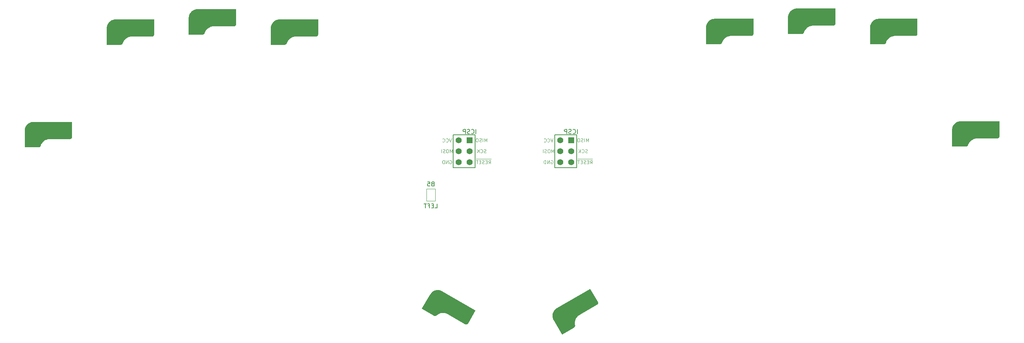
<source format=gbr>
%TF.GenerationSoftware,KiCad,Pcbnew,7.0.2*%
%TF.CreationDate,2023-10-11T00:11:02+09:00*%
%TF.ProjectId,_______,4b80adfc-dcfc-4c92-9e6b-696361645f70,rev?*%
%TF.SameCoordinates,Original*%
%TF.FileFunction,Legend,Bot*%
%TF.FilePolarity,Positive*%
%FSLAX46Y46*%
G04 Gerber Fmt 4.6, Leading zero omitted, Abs format (unit mm)*
G04 Created by KiCad (PCBNEW 7.0.2) date 2023-10-11 00:11:02*
%MOMM*%
%LPD*%
G01*
G04 APERTURE LIST*
%ADD10C,0.150000*%
%ADD11C,0.100000*%
%ADD12C,0.120000*%
%ADD13R,1.397000X1.397000*%
%ADD14C,1.397000*%
G04 APERTURE END LIST*
D10*
X140189361Y-111494809D02*
X140046504Y-111542428D01*
X140046504Y-111542428D02*
X139998885Y-111590047D01*
X139998885Y-111590047D02*
X139951266Y-111685285D01*
X139951266Y-111685285D02*
X139951266Y-111828142D01*
X139951266Y-111828142D02*
X139998885Y-111923380D01*
X139998885Y-111923380D02*
X140046504Y-111971000D01*
X140046504Y-111971000D02*
X140141742Y-112018619D01*
X140141742Y-112018619D02*
X140522694Y-112018619D01*
X140522694Y-112018619D02*
X140522694Y-111018619D01*
X140522694Y-111018619D02*
X140189361Y-111018619D01*
X140189361Y-111018619D02*
X140094123Y-111066238D01*
X140094123Y-111066238D02*
X140046504Y-111113857D01*
X140046504Y-111113857D02*
X139998885Y-111209095D01*
X139998885Y-111209095D02*
X139998885Y-111304333D01*
X139998885Y-111304333D02*
X140046504Y-111399571D01*
X140046504Y-111399571D02*
X140094123Y-111447190D01*
X140094123Y-111447190D02*
X140189361Y-111494809D01*
X140189361Y-111494809D02*
X140522694Y-111494809D01*
X139046504Y-111018619D02*
X139522694Y-111018619D01*
X139522694Y-111018619D02*
X139570313Y-111494809D01*
X139570313Y-111494809D02*
X139522694Y-111447190D01*
X139522694Y-111447190D02*
X139427456Y-111399571D01*
X139427456Y-111399571D02*
X139189361Y-111399571D01*
X139189361Y-111399571D02*
X139094123Y-111447190D01*
X139094123Y-111447190D02*
X139046504Y-111494809D01*
X139046504Y-111494809D02*
X138998885Y-111590047D01*
X138998885Y-111590047D02*
X138998885Y-111828142D01*
X138998885Y-111828142D02*
X139046504Y-111923380D01*
X139046504Y-111923380D02*
X139094123Y-111971000D01*
X139094123Y-111971000D02*
X139189361Y-112018619D01*
X139189361Y-112018619D02*
X139427456Y-112018619D01*
X139427456Y-112018619D02*
X139522694Y-111971000D01*
X139522694Y-111971000D02*
X139570313Y-111923380D01*
%TO.C,*%
%TO.C,JP1*%
X140736981Y-117098619D02*
X141213171Y-117098619D01*
X141213171Y-117098619D02*
X141213171Y-116098619D01*
X140403647Y-116574809D02*
X140070314Y-116574809D01*
X139927457Y-117098619D02*
X140403647Y-117098619D01*
X140403647Y-117098619D02*
X140403647Y-116098619D01*
X140403647Y-116098619D02*
X139927457Y-116098619D01*
X139165552Y-116574809D02*
X139498885Y-116574809D01*
X139498885Y-117098619D02*
X139498885Y-116098619D01*
X139498885Y-116098619D02*
X139022695Y-116098619D01*
X138784599Y-116098619D02*
X138213171Y-116098619D01*
X138498885Y-117098619D02*
X138498885Y-116098619D01*
%TO.C,J4*%
X173742789Y-99878619D02*
X173742789Y-98878619D01*
X172695171Y-99783380D02*
X172742790Y-99831000D01*
X172742790Y-99831000D02*
X172885647Y-99878619D01*
X172885647Y-99878619D02*
X172980885Y-99878619D01*
X172980885Y-99878619D02*
X173123742Y-99831000D01*
X173123742Y-99831000D02*
X173218980Y-99735761D01*
X173218980Y-99735761D02*
X173266599Y-99640523D01*
X173266599Y-99640523D02*
X173314218Y-99450047D01*
X173314218Y-99450047D02*
X173314218Y-99307190D01*
X173314218Y-99307190D02*
X173266599Y-99116714D01*
X173266599Y-99116714D02*
X173218980Y-99021476D01*
X173218980Y-99021476D02*
X173123742Y-98926238D01*
X173123742Y-98926238D02*
X172980885Y-98878619D01*
X172980885Y-98878619D02*
X172885647Y-98878619D01*
X172885647Y-98878619D02*
X172742790Y-98926238D01*
X172742790Y-98926238D02*
X172695171Y-98973857D01*
X172314218Y-99831000D02*
X172171361Y-99878619D01*
X172171361Y-99878619D02*
X171933266Y-99878619D01*
X171933266Y-99878619D02*
X171838028Y-99831000D01*
X171838028Y-99831000D02*
X171790409Y-99783380D01*
X171790409Y-99783380D02*
X171742790Y-99688142D01*
X171742790Y-99688142D02*
X171742790Y-99592904D01*
X171742790Y-99592904D02*
X171790409Y-99497666D01*
X171790409Y-99497666D02*
X171838028Y-99450047D01*
X171838028Y-99450047D02*
X171933266Y-99402428D01*
X171933266Y-99402428D02*
X172123742Y-99354809D01*
X172123742Y-99354809D02*
X172218980Y-99307190D01*
X172218980Y-99307190D02*
X172266599Y-99259571D01*
X172266599Y-99259571D02*
X172314218Y-99164333D01*
X172314218Y-99164333D02*
X172314218Y-99069095D01*
X172314218Y-99069095D02*
X172266599Y-98973857D01*
X172266599Y-98973857D02*
X172218980Y-98926238D01*
X172218980Y-98926238D02*
X172123742Y-98878619D01*
X172123742Y-98878619D02*
X171885647Y-98878619D01*
X171885647Y-98878619D02*
X171742790Y-98926238D01*
X171314218Y-99878619D02*
X171314218Y-98878619D01*
X171314218Y-98878619D02*
X170933266Y-98878619D01*
X170933266Y-98878619D02*
X170838028Y-98926238D01*
X170838028Y-98926238D02*
X170790409Y-98973857D01*
X170790409Y-98973857D02*
X170742790Y-99069095D01*
X170742790Y-99069095D02*
X170742790Y-99211952D01*
X170742790Y-99211952D02*
X170790409Y-99307190D01*
X170790409Y-99307190D02*
X170838028Y-99354809D01*
X170838028Y-99354809D02*
X170933266Y-99402428D01*
X170933266Y-99402428D02*
X171314218Y-99402428D01*
D11*
X176688504Y-106846095D02*
X176955171Y-106465142D01*
X177145647Y-106846095D02*
X177145647Y-106046095D01*
X177145647Y-106046095D02*
X176840885Y-106046095D01*
X176840885Y-106046095D02*
X176764695Y-106084190D01*
X176764695Y-106084190D02*
X176726600Y-106122285D01*
X176726600Y-106122285D02*
X176688504Y-106198476D01*
X176688504Y-106198476D02*
X176688504Y-106312761D01*
X176688504Y-106312761D02*
X176726600Y-106388952D01*
X176726600Y-106388952D02*
X176764695Y-106427047D01*
X176764695Y-106427047D02*
X176840885Y-106465142D01*
X176840885Y-106465142D02*
X177145647Y-106465142D01*
X176345647Y-106427047D02*
X176078981Y-106427047D01*
X175964695Y-106846095D02*
X176345647Y-106846095D01*
X176345647Y-106846095D02*
X176345647Y-106046095D01*
X176345647Y-106046095D02*
X175964695Y-106046095D01*
X175659933Y-106808000D02*
X175545647Y-106846095D01*
X175545647Y-106846095D02*
X175355171Y-106846095D01*
X175355171Y-106846095D02*
X175278980Y-106808000D01*
X175278980Y-106808000D02*
X175240885Y-106769904D01*
X175240885Y-106769904D02*
X175202790Y-106693714D01*
X175202790Y-106693714D02*
X175202790Y-106617523D01*
X175202790Y-106617523D02*
X175240885Y-106541333D01*
X175240885Y-106541333D02*
X175278980Y-106503238D01*
X175278980Y-106503238D02*
X175355171Y-106465142D01*
X175355171Y-106465142D02*
X175507552Y-106427047D01*
X175507552Y-106427047D02*
X175583742Y-106388952D01*
X175583742Y-106388952D02*
X175621837Y-106350857D01*
X175621837Y-106350857D02*
X175659933Y-106274666D01*
X175659933Y-106274666D02*
X175659933Y-106198476D01*
X175659933Y-106198476D02*
X175621837Y-106122285D01*
X175621837Y-106122285D02*
X175583742Y-106084190D01*
X175583742Y-106084190D02*
X175507552Y-106046095D01*
X175507552Y-106046095D02*
X175317075Y-106046095D01*
X175317075Y-106046095D02*
X175202790Y-106084190D01*
X174859932Y-106427047D02*
X174593266Y-106427047D01*
X174478980Y-106846095D02*
X174859932Y-106846095D01*
X174859932Y-106846095D02*
X174859932Y-106046095D01*
X174859932Y-106046095D02*
X174478980Y-106046095D01*
X174250408Y-106046095D02*
X173793265Y-106046095D01*
X174021837Y-106846095D02*
X174021837Y-106046095D01*
X177256124Y-105688000D02*
X173797075Y-105688000D01*
X176055171Y-104268000D02*
X175940885Y-104306095D01*
X175940885Y-104306095D02*
X175750409Y-104306095D01*
X175750409Y-104306095D02*
X175674218Y-104268000D01*
X175674218Y-104268000D02*
X175636123Y-104229904D01*
X175636123Y-104229904D02*
X175598028Y-104153714D01*
X175598028Y-104153714D02*
X175598028Y-104077523D01*
X175598028Y-104077523D02*
X175636123Y-104001333D01*
X175636123Y-104001333D02*
X175674218Y-103963238D01*
X175674218Y-103963238D02*
X175750409Y-103925142D01*
X175750409Y-103925142D02*
X175902790Y-103887047D01*
X175902790Y-103887047D02*
X175978980Y-103848952D01*
X175978980Y-103848952D02*
X176017075Y-103810857D01*
X176017075Y-103810857D02*
X176055171Y-103734666D01*
X176055171Y-103734666D02*
X176055171Y-103658476D01*
X176055171Y-103658476D02*
X176017075Y-103582285D01*
X176017075Y-103582285D02*
X175978980Y-103544190D01*
X175978980Y-103544190D02*
X175902790Y-103506095D01*
X175902790Y-103506095D02*
X175712313Y-103506095D01*
X175712313Y-103506095D02*
X175598028Y-103544190D01*
X174798027Y-104229904D02*
X174836123Y-104268000D01*
X174836123Y-104268000D02*
X174950408Y-104306095D01*
X174950408Y-104306095D02*
X175026599Y-104306095D01*
X175026599Y-104306095D02*
X175140885Y-104268000D01*
X175140885Y-104268000D02*
X175217075Y-104191809D01*
X175217075Y-104191809D02*
X175255170Y-104115619D01*
X175255170Y-104115619D02*
X175293266Y-103963238D01*
X175293266Y-103963238D02*
X175293266Y-103848952D01*
X175293266Y-103848952D02*
X175255170Y-103696571D01*
X175255170Y-103696571D02*
X175217075Y-103620380D01*
X175217075Y-103620380D02*
X175140885Y-103544190D01*
X175140885Y-103544190D02*
X175026599Y-103506095D01*
X175026599Y-103506095D02*
X174950408Y-103506095D01*
X174950408Y-103506095D02*
X174836123Y-103544190D01*
X174836123Y-103544190D02*
X174798027Y-103582285D01*
X174455170Y-104306095D02*
X174455170Y-103506095D01*
X173998027Y-104306095D02*
X174340885Y-103848952D01*
X173998027Y-103506095D02*
X174455170Y-103963238D01*
X168093266Y-101006095D02*
X167826599Y-101806095D01*
X167826599Y-101806095D02*
X167559933Y-101006095D01*
X166836123Y-101729904D02*
X166874219Y-101768000D01*
X166874219Y-101768000D02*
X166988504Y-101806095D01*
X166988504Y-101806095D02*
X167064695Y-101806095D01*
X167064695Y-101806095D02*
X167178981Y-101768000D01*
X167178981Y-101768000D02*
X167255171Y-101691809D01*
X167255171Y-101691809D02*
X167293266Y-101615619D01*
X167293266Y-101615619D02*
X167331362Y-101463238D01*
X167331362Y-101463238D02*
X167331362Y-101348952D01*
X167331362Y-101348952D02*
X167293266Y-101196571D01*
X167293266Y-101196571D02*
X167255171Y-101120380D01*
X167255171Y-101120380D02*
X167178981Y-101044190D01*
X167178981Y-101044190D02*
X167064695Y-101006095D01*
X167064695Y-101006095D02*
X166988504Y-101006095D01*
X166988504Y-101006095D02*
X166874219Y-101044190D01*
X166874219Y-101044190D02*
X166836123Y-101082285D01*
X166036123Y-101729904D02*
X166074219Y-101768000D01*
X166074219Y-101768000D02*
X166188504Y-101806095D01*
X166188504Y-101806095D02*
X166264695Y-101806095D01*
X166264695Y-101806095D02*
X166378981Y-101768000D01*
X166378981Y-101768000D02*
X166455171Y-101691809D01*
X166455171Y-101691809D02*
X166493266Y-101615619D01*
X166493266Y-101615619D02*
X166531362Y-101463238D01*
X166531362Y-101463238D02*
X166531362Y-101348952D01*
X166531362Y-101348952D02*
X166493266Y-101196571D01*
X166493266Y-101196571D02*
X166455171Y-101120380D01*
X166455171Y-101120380D02*
X166378981Y-101044190D01*
X166378981Y-101044190D02*
X166264695Y-101006095D01*
X166264695Y-101006095D02*
X166188504Y-101006095D01*
X166188504Y-101006095D02*
X166074219Y-101044190D01*
X166074219Y-101044190D02*
X166036123Y-101082285D01*
X167636123Y-106084190D02*
X167712313Y-106046095D01*
X167712313Y-106046095D02*
X167826599Y-106046095D01*
X167826599Y-106046095D02*
X167940885Y-106084190D01*
X167940885Y-106084190D02*
X168017075Y-106160380D01*
X168017075Y-106160380D02*
X168055170Y-106236571D01*
X168055170Y-106236571D02*
X168093266Y-106388952D01*
X168093266Y-106388952D02*
X168093266Y-106503238D01*
X168093266Y-106503238D02*
X168055170Y-106655619D01*
X168055170Y-106655619D02*
X168017075Y-106731809D01*
X168017075Y-106731809D02*
X167940885Y-106808000D01*
X167940885Y-106808000D02*
X167826599Y-106846095D01*
X167826599Y-106846095D02*
X167750408Y-106846095D01*
X167750408Y-106846095D02*
X167636123Y-106808000D01*
X167636123Y-106808000D02*
X167598027Y-106769904D01*
X167598027Y-106769904D02*
X167598027Y-106503238D01*
X167598027Y-106503238D02*
X167750408Y-106503238D01*
X167255170Y-106846095D02*
X167255170Y-106046095D01*
X167255170Y-106046095D02*
X166798027Y-106846095D01*
X166798027Y-106846095D02*
X166798027Y-106046095D01*
X166417075Y-106846095D02*
X166417075Y-106046095D01*
X166417075Y-106046095D02*
X166226599Y-106046095D01*
X166226599Y-106046095D02*
X166112313Y-106084190D01*
X166112313Y-106084190D02*
X166036123Y-106160380D01*
X166036123Y-106160380D02*
X165998028Y-106236571D01*
X165998028Y-106236571D02*
X165959932Y-106388952D01*
X165959932Y-106388952D02*
X165959932Y-106503238D01*
X165959932Y-106503238D02*
X165998028Y-106655619D01*
X165998028Y-106655619D02*
X166036123Y-106731809D01*
X166036123Y-106731809D02*
X166112313Y-106808000D01*
X166112313Y-106808000D02*
X166226599Y-106846095D01*
X166226599Y-106846095D02*
X166417075Y-106846095D01*
X176283742Y-101766095D02*
X176283742Y-100966095D01*
X176283742Y-100966095D02*
X176017076Y-101537523D01*
X176017076Y-101537523D02*
X175750409Y-100966095D01*
X175750409Y-100966095D02*
X175750409Y-101766095D01*
X175369456Y-101766095D02*
X175369456Y-100966095D01*
X175026600Y-101728000D02*
X174912314Y-101766095D01*
X174912314Y-101766095D02*
X174721838Y-101766095D01*
X174721838Y-101766095D02*
X174645647Y-101728000D01*
X174645647Y-101728000D02*
X174607552Y-101689904D01*
X174607552Y-101689904D02*
X174569457Y-101613714D01*
X174569457Y-101613714D02*
X174569457Y-101537523D01*
X174569457Y-101537523D02*
X174607552Y-101461333D01*
X174607552Y-101461333D02*
X174645647Y-101423238D01*
X174645647Y-101423238D02*
X174721838Y-101385142D01*
X174721838Y-101385142D02*
X174874219Y-101347047D01*
X174874219Y-101347047D02*
X174950409Y-101308952D01*
X174950409Y-101308952D02*
X174988504Y-101270857D01*
X174988504Y-101270857D02*
X175026600Y-101194666D01*
X175026600Y-101194666D02*
X175026600Y-101118476D01*
X175026600Y-101118476D02*
X174988504Y-101042285D01*
X174988504Y-101042285D02*
X174950409Y-101004190D01*
X174950409Y-101004190D02*
X174874219Y-100966095D01*
X174874219Y-100966095D02*
X174683742Y-100966095D01*
X174683742Y-100966095D02*
X174569457Y-101004190D01*
X174074218Y-100966095D02*
X173921837Y-100966095D01*
X173921837Y-100966095D02*
X173845647Y-101004190D01*
X173845647Y-101004190D02*
X173769456Y-101080380D01*
X173769456Y-101080380D02*
X173731361Y-101232761D01*
X173731361Y-101232761D02*
X173731361Y-101499428D01*
X173731361Y-101499428D02*
X173769456Y-101651809D01*
X173769456Y-101651809D02*
X173845647Y-101728000D01*
X173845647Y-101728000D02*
X173921837Y-101766095D01*
X173921837Y-101766095D02*
X174074218Y-101766095D01*
X174074218Y-101766095D02*
X174150409Y-101728000D01*
X174150409Y-101728000D02*
X174226599Y-101651809D01*
X174226599Y-101651809D02*
X174264695Y-101499428D01*
X174264695Y-101499428D02*
X174264695Y-101232761D01*
X174264695Y-101232761D02*
X174226599Y-101080380D01*
X174226599Y-101080380D02*
X174150409Y-101004190D01*
X174150409Y-101004190D02*
X174074218Y-100966095D01*
X168283742Y-104306095D02*
X168283742Y-103506095D01*
X168283742Y-103506095D02*
X168017076Y-104077523D01*
X168017076Y-104077523D02*
X167750409Y-103506095D01*
X167750409Y-103506095D02*
X167750409Y-104306095D01*
X167217075Y-103506095D02*
X167064694Y-103506095D01*
X167064694Y-103506095D02*
X166988504Y-103544190D01*
X166988504Y-103544190D02*
X166912313Y-103620380D01*
X166912313Y-103620380D02*
X166874218Y-103772761D01*
X166874218Y-103772761D02*
X166874218Y-104039428D01*
X166874218Y-104039428D02*
X166912313Y-104191809D01*
X166912313Y-104191809D02*
X166988504Y-104268000D01*
X166988504Y-104268000D02*
X167064694Y-104306095D01*
X167064694Y-104306095D02*
X167217075Y-104306095D01*
X167217075Y-104306095D02*
X167293266Y-104268000D01*
X167293266Y-104268000D02*
X167369456Y-104191809D01*
X167369456Y-104191809D02*
X167407552Y-104039428D01*
X167407552Y-104039428D02*
X167407552Y-103772761D01*
X167407552Y-103772761D02*
X167369456Y-103620380D01*
X167369456Y-103620380D02*
X167293266Y-103544190D01*
X167293266Y-103544190D02*
X167217075Y-103506095D01*
X166569457Y-104268000D02*
X166455171Y-104306095D01*
X166455171Y-104306095D02*
X166264695Y-104306095D01*
X166264695Y-104306095D02*
X166188504Y-104268000D01*
X166188504Y-104268000D02*
X166150409Y-104229904D01*
X166150409Y-104229904D02*
X166112314Y-104153714D01*
X166112314Y-104153714D02*
X166112314Y-104077523D01*
X166112314Y-104077523D02*
X166150409Y-104001333D01*
X166150409Y-104001333D02*
X166188504Y-103963238D01*
X166188504Y-103963238D02*
X166264695Y-103925142D01*
X166264695Y-103925142D02*
X166417076Y-103887047D01*
X166417076Y-103887047D02*
X166493266Y-103848952D01*
X166493266Y-103848952D02*
X166531361Y-103810857D01*
X166531361Y-103810857D02*
X166569457Y-103734666D01*
X166569457Y-103734666D02*
X166569457Y-103658476D01*
X166569457Y-103658476D02*
X166531361Y-103582285D01*
X166531361Y-103582285D02*
X166493266Y-103544190D01*
X166493266Y-103544190D02*
X166417076Y-103506095D01*
X166417076Y-103506095D02*
X166226599Y-103506095D01*
X166226599Y-103506095D02*
X166112314Y-103544190D01*
X165769456Y-104306095D02*
X165769456Y-103506095D01*
D10*
%TO.C,J2*%
X150234189Y-99878619D02*
X150234189Y-98878619D01*
X149186571Y-99783380D02*
X149234190Y-99831000D01*
X149234190Y-99831000D02*
X149377047Y-99878619D01*
X149377047Y-99878619D02*
X149472285Y-99878619D01*
X149472285Y-99878619D02*
X149615142Y-99831000D01*
X149615142Y-99831000D02*
X149710380Y-99735761D01*
X149710380Y-99735761D02*
X149757999Y-99640523D01*
X149757999Y-99640523D02*
X149805618Y-99450047D01*
X149805618Y-99450047D02*
X149805618Y-99307190D01*
X149805618Y-99307190D02*
X149757999Y-99116714D01*
X149757999Y-99116714D02*
X149710380Y-99021476D01*
X149710380Y-99021476D02*
X149615142Y-98926238D01*
X149615142Y-98926238D02*
X149472285Y-98878619D01*
X149472285Y-98878619D02*
X149377047Y-98878619D01*
X149377047Y-98878619D02*
X149234190Y-98926238D01*
X149234190Y-98926238D02*
X149186571Y-98973857D01*
X148805618Y-99831000D02*
X148662761Y-99878619D01*
X148662761Y-99878619D02*
X148424666Y-99878619D01*
X148424666Y-99878619D02*
X148329428Y-99831000D01*
X148329428Y-99831000D02*
X148281809Y-99783380D01*
X148281809Y-99783380D02*
X148234190Y-99688142D01*
X148234190Y-99688142D02*
X148234190Y-99592904D01*
X148234190Y-99592904D02*
X148281809Y-99497666D01*
X148281809Y-99497666D02*
X148329428Y-99450047D01*
X148329428Y-99450047D02*
X148424666Y-99402428D01*
X148424666Y-99402428D02*
X148615142Y-99354809D01*
X148615142Y-99354809D02*
X148710380Y-99307190D01*
X148710380Y-99307190D02*
X148757999Y-99259571D01*
X148757999Y-99259571D02*
X148805618Y-99164333D01*
X148805618Y-99164333D02*
X148805618Y-99069095D01*
X148805618Y-99069095D02*
X148757999Y-98973857D01*
X148757999Y-98973857D02*
X148710380Y-98926238D01*
X148710380Y-98926238D02*
X148615142Y-98878619D01*
X148615142Y-98878619D02*
X148377047Y-98878619D01*
X148377047Y-98878619D02*
X148234190Y-98926238D01*
X147805618Y-99878619D02*
X147805618Y-98878619D01*
X147805618Y-98878619D02*
X147424666Y-98878619D01*
X147424666Y-98878619D02*
X147329428Y-98926238D01*
X147329428Y-98926238D02*
X147281809Y-98973857D01*
X147281809Y-98973857D02*
X147234190Y-99069095D01*
X147234190Y-99069095D02*
X147234190Y-99211952D01*
X147234190Y-99211952D02*
X147281809Y-99307190D01*
X147281809Y-99307190D02*
X147329428Y-99354809D01*
X147329428Y-99354809D02*
X147424666Y-99402428D01*
X147424666Y-99402428D02*
X147805618Y-99402428D01*
D11*
X144775142Y-104306095D02*
X144775142Y-103506095D01*
X144775142Y-103506095D02*
X144508476Y-104077523D01*
X144508476Y-104077523D02*
X144241809Y-103506095D01*
X144241809Y-103506095D02*
X144241809Y-104306095D01*
X143708475Y-103506095D02*
X143556094Y-103506095D01*
X143556094Y-103506095D02*
X143479904Y-103544190D01*
X143479904Y-103544190D02*
X143403713Y-103620380D01*
X143403713Y-103620380D02*
X143365618Y-103772761D01*
X143365618Y-103772761D02*
X143365618Y-104039428D01*
X143365618Y-104039428D02*
X143403713Y-104191809D01*
X143403713Y-104191809D02*
X143479904Y-104268000D01*
X143479904Y-104268000D02*
X143556094Y-104306095D01*
X143556094Y-104306095D02*
X143708475Y-104306095D01*
X143708475Y-104306095D02*
X143784666Y-104268000D01*
X143784666Y-104268000D02*
X143860856Y-104191809D01*
X143860856Y-104191809D02*
X143898952Y-104039428D01*
X143898952Y-104039428D02*
X143898952Y-103772761D01*
X143898952Y-103772761D02*
X143860856Y-103620380D01*
X143860856Y-103620380D02*
X143784666Y-103544190D01*
X143784666Y-103544190D02*
X143708475Y-103506095D01*
X143060857Y-104268000D02*
X142946571Y-104306095D01*
X142946571Y-104306095D02*
X142756095Y-104306095D01*
X142756095Y-104306095D02*
X142679904Y-104268000D01*
X142679904Y-104268000D02*
X142641809Y-104229904D01*
X142641809Y-104229904D02*
X142603714Y-104153714D01*
X142603714Y-104153714D02*
X142603714Y-104077523D01*
X142603714Y-104077523D02*
X142641809Y-104001333D01*
X142641809Y-104001333D02*
X142679904Y-103963238D01*
X142679904Y-103963238D02*
X142756095Y-103925142D01*
X142756095Y-103925142D02*
X142908476Y-103887047D01*
X142908476Y-103887047D02*
X142984666Y-103848952D01*
X142984666Y-103848952D02*
X143022761Y-103810857D01*
X143022761Y-103810857D02*
X143060857Y-103734666D01*
X143060857Y-103734666D02*
X143060857Y-103658476D01*
X143060857Y-103658476D02*
X143022761Y-103582285D01*
X143022761Y-103582285D02*
X142984666Y-103544190D01*
X142984666Y-103544190D02*
X142908476Y-103506095D01*
X142908476Y-103506095D02*
X142717999Y-103506095D01*
X142717999Y-103506095D02*
X142603714Y-103544190D01*
X142260856Y-104306095D02*
X142260856Y-103506095D01*
X153179904Y-106846095D02*
X153446571Y-106465142D01*
X153637047Y-106846095D02*
X153637047Y-106046095D01*
X153637047Y-106046095D02*
X153332285Y-106046095D01*
X153332285Y-106046095D02*
X153256095Y-106084190D01*
X153256095Y-106084190D02*
X153218000Y-106122285D01*
X153218000Y-106122285D02*
X153179904Y-106198476D01*
X153179904Y-106198476D02*
X153179904Y-106312761D01*
X153179904Y-106312761D02*
X153218000Y-106388952D01*
X153218000Y-106388952D02*
X153256095Y-106427047D01*
X153256095Y-106427047D02*
X153332285Y-106465142D01*
X153332285Y-106465142D02*
X153637047Y-106465142D01*
X152837047Y-106427047D02*
X152570381Y-106427047D01*
X152456095Y-106846095D02*
X152837047Y-106846095D01*
X152837047Y-106846095D02*
X152837047Y-106046095D01*
X152837047Y-106046095D02*
X152456095Y-106046095D01*
X152151333Y-106808000D02*
X152037047Y-106846095D01*
X152037047Y-106846095D02*
X151846571Y-106846095D01*
X151846571Y-106846095D02*
X151770380Y-106808000D01*
X151770380Y-106808000D02*
X151732285Y-106769904D01*
X151732285Y-106769904D02*
X151694190Y-106693714D01*
X151694190Y-106693714D02*
X151694190Y-106617523D01*
X151694190Y-106617523D02*
X151732285Y-106541333D01*
X151732285Y-106541333D02*
X151770380Y-106503238D01*
X151770380Y-106503238D02*
X151846571Y-106465142D01*
X151846571Y-106465142D02*
X151998952Y-106427047D01*
X151998952Y-106427047D02*
X152075142Y-106388952D01*
X152075142Y-106388952D02*
X152113237Y-106350857D01*
X152113237Y-106350857D02*
X152151333Y-106274666D01*
X152151333Y-106274666D02*
X152151333Y-106198476D01*
X152151333Y-106198476D02*
X152113237Y-106122285D01*
X152113237Y-106122285D02*
X152075142Y-106084190D01*
X152075142Y-106084190D02*
X151998952Y-106046095D01*
X151998952Y-106046095D02*
X151808475Y-106046095D01*
X151808475Y-106046095D02*
X151694190Y-106084190D01*
X151351332Y-106427047D02*
X151084666Y-106427047D01*
X150970380Y-106846095D02*
X151351332Y-106846095D01*
X151351332Y-106846095D02*
X151351332Y-106046095D01*
X151351332Y-106046095D02*
X150970380Y-106046095D01*
X150741808Y-106046095D02*
X150284665Y-106046095D01*
X150513237Y-106846095D02*
X150513237Y-106046095D01*
X153747524Y-105688000D02*
X150288475Y-105688000D01*
X152775142Y-101766095D02*
X152775142Y-100966095D01*
X152775142Y-100966095D02*
X152508476Y-101537523D01*
X152508476Y-101537523D02*
X152241809Y-100966095D01*
X152241809Y-100966095D02*
X152241809Y-101766095D01*
X151860856Y-101766095D02*
X151860856Y-100966095D01*
X151518000Y-101728000D02*
X151403714Y-101766095D01*
X151403714Y-101766095D02*
X151213238Y-101766095D01*
X151213238Y-101766095D02*
X151137047Y-101728000D01*
X151137047Y-101728000D02*
X151098952Y-101689904D01*
X151098952Y-101689904D02*
X151060857Y-101613714D01*
X151060857Y-101613714D02*
X151060857Y-101537523D01*
X151060857Y-101537523D02*
X151098952Y-101461333D01*
X151098952Y-101461333D02*
X151137047Y-101423238D01*
X151137047Y-101423238D02*
X151213238Y-101385142D01*
X151213238Y-101385142D02*
X151365619Y-101347047D01*
X151365619Y-101347047D02*
X151441809Y-101308952D01*
X151441809Y-101308952D02*
X151479904Y-101270857D01*
X151479904Y-101270857D02*
X151518000Y-101194666D01*
X151518000Y-101194666D02*
X151518000Y-101118476D01*
X151518000Y-101118476D02*
X151479904Y-101042285D01*
X151479904Y-101042285D02*
X151441809Y-101004190D01*
X151441809Y-101004190D02*
X151365619Y-100966095D01*
X151365619Y-100966095D02*
X151175142Y-100966095D01*
X151175142Y-100966095D02*
X151060857Y-101004190D01*
X150565618Y-100966095D02*
X150413237Y-100966095D01*
X150413237Y-100966095D02*
X150337047Y-101004190D01*
X150337047Y-101004190D02*
X150260856Y-101080380D01*
X150260856Y-101080380D02*
X150222761Y-101232761D01*
X150222761Y-101232761D02*
X150222761Y-101499428D01*
X150222761Y-101499428D02*
X150260856Y-101651809D01*
X150260856Y-101651809D02*
X150337047Y-101728000D01*
X150337047Y-101728000D02*
X150413237Y-101766095D01*
X150413237Y-101766095D02*
X150565618Y-101766095D01*
X150565618Y-101766095D02*
X150641809Y-101728000D01*
X150641809Y-101728000D02*
X150717999Y-101651809D01*
X150717999Y-101651809D02*
X150756095Y-101499428D01*
X150756095Y-101499428D02*
X150756095Y-101232761D01*
X150756095Y-101232761D02*
X150717999Y-101080380D01*
X150717999Y-101080380D02*
X150641809Y-101004190D01*
X150641809Y-101004190D02*
X150565618Y-100966095D01*
X144127523Y-106084190D02*
X144203713Y-106046095D01*
X144203713Y-106046095D02*
X144317999Y-106046095D01*
X144317999Y-106046095D02*
X144432285Y-106084190D01*
X144432285Y-106084190D02*
X144508475Y-106160380D01*
X144508475Y-106160380D02*
X144546570Y-106236571D01*
X144546570Y-106236571D02*
X144584666Y-106388952D01*
X144584666Y-106388952D02*
X144584666Y-106503238D01*
X144584666Y-106503238D02*
X144546570Y-106655619D01*
X144546570Y-106655619D02*
X144508475Y-106731809D01*
X144508475Y-106731809D02*
X144432285Y-106808000D01*
X144432285Y-106808000D02*
X144317999Y-106846095D01*
X144317999Y-106846095D02*
X144241808Y-106846095D01*
X144241808Y-106846095D02*
X144127523Y-106808000D01*
X144127523Y-106808000D02*
X144089427Y-106769904D01*
X144089427Y-106769904D02*
X144089427Y-106503238D01*
X144089427Y-106503238D02*
X144241808Y-106503238D01*
X143746570Y-106846095D02*
X143746570Y-106046095D01*
X143746570Y-106046095D02*
X143289427Y-106846095D01*
X143289427Y-106846095D02*
X143289427Y-106046095D01*
X142908475Y-106846095D02*
X142908475Y-106046095D01*
X142908475Y-106046095D02*
X142717999Y-106046095D01*
X142717999Y-106046095D02*
X142603713Y-106084190D01*
X142603713Y-106084190D02*
X142527523Y-106160380D01*
X142527523Y-106160380D02*
X142489428Y-106236571D01*
X142489428Y-106236571D02*
X142451332Y-106388952D01*
X142451332Y-106388952D02*
X142451332Y-106503238D01*
X142451332Y-106503238D02*
X142489428Y-106655619D01*
X142489428Y-106655619D02*
X142527523Y-106731809D01*
X142527523Y-106731809D02*
X142603713Y-106808000D01*
X142603713Y-106808000D02*
X142717999Y-106846095D01*
X142717999Y-106846095D02*
X142908475Y-106846095D01*
X152546571Y-104268000D02*
X152432285Y-104306095D01*
X152432285Y-104306095D02*
X152241809Y-104306095D01*
X152241809Y-104306095D02*
X152165618Y-104268000D01*
X152165618Y-104268000D02*
X152127523Y-104229904D01*
X152127523Y-104229904D02*
X152089428Y-104153714D01*
X152089428Y-104153714D02*
X152089428Y-104077523D01*
X152089428Y-104077523D02*
X152127523Y-104001333D01*
X152127523Y-104001333D02*
X152165618Y-103963238D01*
X152165618Y-103963238D02*
X152241809Y-103925142D01*
X152241809Y-103925142D02*
X152394190Y-103887047D01*
X152394190Y-103887047D02*
X152470380Y-103848952D01*
X152470380Y-103848952D02*
X152508475Y-103810857D01*
X152508475Y-103810857D02*
X152546571Y-103734666D01*
X152546571Y-103734666D02*
X152546571Y-103658476D01*
X152546571Y-103658476D02*
X152508475Y-103582285D01*
X152508475Y-103582285D02*
X152470380Y-103544190D01*
X152470380Y-103544190D02*
X152394190Y-103506095D01*
X152394190Y-103506095D02*
X152203713Y-103506095D01*
X152203713Y-103506095D02*
X152089428Y-103544190D01*
X151289427Y-104229904D02*
X151327523Y-104268000D01*
X151327523Y-104268000D02*
X151441808Y-104306095D01*
X151441808Y-104306095D02*
X151517999Y-104306095D01*
X151517999Y-104306095D02*
X151632285Y-104268000D01*
X151632285Y-104268000D02*
X151708475Y-104191809D01*
X151708475Y-104191809D02*
X151746570Y-104115619D01*
X151746570Y-104115619D02*
X151784666Y-103963238D01*
X151784666Y-103963238D02*
X151784666Y-103848952D01*
X151784666Y-103848952D02*
X151746570Y-103696571D01*
X151746570Y-103696571D02*
X151708475Y-103620380D01*
X151708475Y-103620380D02*
X151632285Y-103544190D01*
X151632285Y-103544190D02*
X151517999Y-103506095D01*
X151517999Y-103506095D02*
X151441808Y-103506095D01*
X151441808Y-103506095D02*
X151327523Y-103544190D01*
X151327523Y-103544190D02*
X151289427Y-103582285D01*
X150946570Y-104306095D02*
X150946570Y-103506095D01*
X150489427Y-104306095D02*
X150832285Y-103848952D01*
X150489427Y-103506095D02*
X150946570Y-103963238D01*
X144584666Y-101006095D02*
X144317999Y-101806095D01*
X144317999Y-101806095D02*
X144051333Y-101006095D01*
X143327523Y-101729904D02*
X143365619Y-101768000D01*
X143365619Y-101768000D02*
X143479904Y-101806095D01*
X143479904Y-101806095D02*
X143556095Y-101806095D01*
X143556095Y-101806095D02*
X143670381Y-101768000D01*
X143670381Y-101768000D02*
X143746571Y-101691809D01*
X143746571Y-101691809D02*
X143784666Y-101615619D01*
X143784666Y-101615619D02*
X143822762Y-101463238D01*
X143822762Y-101463238D02*
X143822762Y-101348952D01*
X143822762Y-101348952D02*
X143784666Y-101196571D01*
X143784666Y-101196571D02*
X143746571Y-101120380D01*
X143746571Y-101120380D02*
X143670381Y-101044190D01*
X143670381Y-101044190D02*
X143556095Y-101006095D01*
X143556095Y-101006095D02*
X143479904Y-101006095D01*
X143479904Y-101006095D02*
X143365619Y-101044190D01*
X143365619Y-101044190D02*
X143327523Y-101082285D01*
X142527523Y-101729904D02*
X142565619Y-101768000D01*
X142565619Y-101768000D02*
X142679904Y-101806095D01*
X142679904Y-101806095D02*
X142756095Y-101806095D01*
X142756095Y-101806095D02*
X142870381Y-101768000D01*
X142870381Y-101768000D02*
X142946571Y-101691809D01*
X142946571Y-101691809D02*
X142984666Y-101615619D01*
X142984666Y-101615619D02*
X143022762Y-101463238D01*
X143022762Y-101463238D02*
X143022762Y-101348952D01*
X143022762Y-101348952D02*
X142984666Y-101196571D01*
X142984666Y-101196571D02*
X142946571Y-101120380D01*
X142946571Y-101120380D02*
X142870381Y-101044190D01*
X142870381Y-101044190D02*
X142756095Y-101006095D01*
X142756095Y-101006095D02*
X142679904Y-101006095D01*
X142679904Y-101006095D02*
X142565619Y-101044190D01*
X142565619Y-101044190D02*
X142527523Y-101082285D01*
D12*
%TO.C,JP1*%
X140784600Y-112696000D02*
X138784600Y-112696000D01*
X140784600Y-115496000D02*
X140784600Y-112696000D01*
X138784600Y-115496000D02*
X140784600Y-115496000D01*
X138784600Y-112696000D02*
X138784600Y-115496000D01*
D10*
%TO.C,J4*%
X173566600Y-107746000D02*
X173566600Y-100126000D01*
X173566600Y-100126000D02*
X168486600Y-100126000D01*
X168486600Y-107746000D02*
X173566600Y-107746000D01*
X168486600Y-100126000D02*
X168486600Y-107746000D01*
%TO.C,SW8*%
G36*
X233527035Y-74348621D02*
G01*
X233526421Y-74373423D01*
X233524589Y-74398055D01*
X233521558Y-74422476D01*
X233517342Y-74446646D01*
X233511961Y-74470524D01*
X233505429Y-74494069D01*
X233497765Y-74517240D01*
X233488985Y-74539996D01*
X233479107Y-74562297D01*
X233468146Y-74584101D01*
X233456120Y-74605367D01*
X233443046Y-74626056D01*
X233428941Y-74646125D01*
X233413821Y-74665535D01*
X233397704Y-74684244D01*
X233380606Y-74702211D01*
X233362638Y-74719309D01*
X233343929Y-74735427D01*
X233324520Y-74750547D01*
X233304450Y-74764653D01*
X233283761Y-74777727D01*
X233262495Y-74789754D01*
X233240691Y-74800715D01*
X233218390Y-74810593D01*
X233195634Y-74819373D01*
X233172463Y-74827038D01*
X233148918Y-74833569D01*
X233125041Y-74838951D01*
X233100871Y-74843166D01*
X233076449Y-74846198D01*
X233051817Y-74848029D01*
X233027016Y-74848644D01*
X228384392Y-74848644D01*
X228208324Y-74855505D01*
X228035239Y-74875801D01*
X227865753Y-74909101D01*
X227700483Y-74954973D01*
X227540043Y-75012986D01*
X227385049Y-75082709D01*
X227236118Y-75163711D01*
X227093864Y-75255560D01*
X226958903Y-75357825D01*
X226831852Y-75470074D01*
X226713325Y-75591877D01*
X226603938Y-75722802D01*
X226504308Y-75862418D01*
X226415048Y-76010293D01*
X226336777Y-76165997D01*
X226270108Y-76329097D01*
X226233195Y-76430473D01*
X226226121Y-76448795D01*
X226218386Y-76466718D01*
X226210005Y-76484230D01*
X226200997Y-76501319D01*
X226191379Y-76517973D01*
X226181166Y-76534179D01*
X226170378Y-76549927D01*
X226159030Y-76565204D01*
X226147139Y-76579997D01*
X226134724Y-76594296D01*
X226121801Y-76608088D01*
X226108387Y-76621361D01*
X226094499Y-76634103D01*
X226080154Y-76646302D01*
X226065370Y-76657947D01*
X226050164Y-76669025D01*
X226034552Y-76679524D01*
X226018552Y-76689433D01*
X226002180Y-76698738D01*
X225985455Y-76707430D01*
X225968393Y-76715495D01*
X225951011Y-76722921D01*
X225933327Y-76729697D01*
X225915357Y-76735810D01*
X225897118Y-76741249D01*
X225878628Y-76746002D01*
X225859904Y-76750056D01*
X225840963Y-76753400D01*
X225821822Y-76756021D01*
X225802497Y-76757909D01*
X225783008Y-76759050D01*
X225763369Y-76759433D01*
X222539996Y-76759433D01*
X222539996Y-72875087D01*
X222542599Y-72772164D01*
X222550322Y-72670593D01*
X222563040Y-72570498D01*
X222580629Y-72472006D01*
X222602961Y-72375243D01*
X222629911Y-72280333D01*
X222661354Y-72187404D01*
X222697164Y-72096579D01*
X222737215Y-72007986D01*
X222781382Y-71921749D01*
X222829539Y-71837994D01*
X222881561Y-71756847D01*
X222937321Y-71678434D01*
X222996695Y-71602880D01*
X223059555Y-71530311D01*
X223125778Y-71460852D01*
X223195237Y-71394629D01*
X223267806Y-71331769D01*
X223343360Y-71272395D01*
X223421773Y-71216635D01*
X223502920Y-71164614D01*
X223586675Y-71116457D01*
X223672912Y-71072290D01*
X223761505Y-71032238D01*
X223852330Y-70996428D01*
X223945260Y-70964985D01*
X224040169Y-70938035D01*
X224136933Y-70915703D01*
X224235425Y-70898115D01*
X224335519Y-70885396D01*
X224437091Y-70877673D01*
X224540014Y-70875071D01*
X233527035Y-70875071D01*
X233527035Y-74348621D01*
G37*
%TO.C,SW9*%
G36*
X252527035Y-76723621D02*
G01*
X252526421Y-76748423D01*
X252524589Y-76773055D01*
X252521558Y-76797476D01*
X252517342Y-76821646D01*
X252511961Y-76845524D01*
X252505429Y-76869069D01*
X252497765Y-76892240D01*
X252488985Y-76914996D01*
X252479107Y-76937297D01*
X252468146Y-76959101D01*
X252456120Y-76980367D01*
X252443046Y-77001056D01*
X252428941Y-77021125D01*
X252413821Y-77040535D01*
X252397704Y-77059244D01*
X252380606Y-77077211D01*
X252362638Y-77094309D01*
X252343929Y-77110427D01*
X252324520Y-77125547D01*
X252304450Y-77139653D01*
X252283761Y-77152727D01*
X252262495Y-77164754D01*
X252240691Y-77175715D01*
X252218390Y-77185593D01*
X252195634Y-77194373D01*
X252172463Y-77202038D01*
X252148918Y-77208569D01*
X252125041Y-77213951D01*
X252100871Y-77218166D01*
X252076449Y-77221198D01*
X252051817Y-77223029D01*
X252027016Y-77223644D01*
X247384392Y-77223644D01*
X247208324Y-77230505D01*
X247035239Y-77250801D01*
X246865753Y-77284101D01*
X246700483Y-77329973D01*
X246540043Y-77387986D01*
X246385049Y-77457709D01*
X246236118Y-77538711D01*
X246093864Y-77630560D01*
X245958903Y-77732825D01*
X245831852Y-77845074D01*
X245713325Y-77966877D01*
X245603938Y-78097802D01*
X245504308Y-78237418D01*
X245415048Y-78385293D01*
X245336777Y-78540997D01*
X245270108Y-78704097D01*
X245233195Y-78805473D01*
X245226121Y-78823795D01*
X245218386Y-78841718D01*
X245210005Y-78859230D01*
X245200997Y-78876319D01*
X245191379Y-78892973D01*
X245181166Y-78909179D01*
X245170378Y-78924927D01*
X245159030Y-78940204D01*
X245147139Y-78954997D01*
X245134724Y-78969296D01*
X245121801Y-78983088D01*
X245108387Y-78996361D01*
X245094499Y-79009103D01*
X245080154Y-79021302D01*
X245065370Y-79032947D01*
X245050164Y-79044025D01*
X245034552Y-79054524D01*
X245018552Y-79064433D01*
X245002180Y-79073738D01*
X244985455Y-79082430D01*
X244968393Y-79090495D01*
X244951011Y-79097921D01*
X244933327Y-79104697D01*
X244915357Y-79110810D01*
X244897118Y-79116249D01*
X244878628Y-79121002D01*
X244859904Y-79125056D01*
X244840963Y-79128400D01*
X244821822Y-79131021D01*
X244802497Y-79132909D01*
X244783008Y-79134050D01*
X244763369Y-79134433D01*
X241539996Y-79134433D01*
X241539996Y-75250087D01*
X241542599Y-75147164D01*
X241550322Y-75045593D01*
X241563040Y-74945498D01*
X241580629Y-74847006D01*
X241602961Y-74750243D01*
X241629911Y-74655333D01*
X241661354Y-74562404D01*
X241697164Y-74471579D01*
X241737215Y-74382986D01*
X241781382Y-74296749D01*
X241829539Y-74212994D01*
X241881561Y-74131847D01*
X241937321Y-74053434D01*
X241996695Y-73977880D01*
X242059555Y-73905311D01*
X242125778Y-73835852D01*
X242195237Y-73769629D01*
X242267806Y-73706769D01*
X242343360Y-73647395D01*
X242421773Y-73591635D01*
X242502920Y-73539614D01*
X242586675Y-73491457D01*
X242672912Y-73447290D01*
X242761505Y-73407238D01*
X242852330Y-73371428D01*
X242945260Y-73339985D01*
X243040169Y-73313035D01*
X243136933Y-73290703D01*
X243235425Y-73273115D01*
X243335519Y-73260396D01*
X243437091Y-73252673D01*
X243540014Y-73250071D01*
X252527035Y-73250071D01*
X252527035Y-76723621D01*
G37*
%TO.C,J2*%
X150058000Y-107746000D02*
X150058000Y-100126000D01*
X150058000Y-100126000D02*
X144978000Y-100126000D01*
X144978000Y-107746000D02*
X150058000Y-107746000D01*
X144978000Y-100126000D02*
X144978000Y-107746000D01*
%TO.C,SW2*%
G36*
X75690035Y-76869621D02*
G01*
X75689421Y-76894423D01*
X75687589Y-76919055D01*
X75684558Y-76943476D01*
X75680342Y-76967646D01*
X75674961Y-76991524D01*
X75668429Y-77015069D01*
X75660765Y-77038240D01*
X75651985Y-77060996D01*
X75642107Y-77083297D01*
X75631146Y-77105101D01*
X75619120Y-77126367D01*
X75606046Y-77147056D01*
X75591941Y-77167125D01*
X75576821Y-77186535D01*
X75560704Y-77205244D01*
X75543606Y-77223211D01*
X75525638Y-77240309D01*
X75506929Y-77256427D01*
X75487520Y-77271547D01*
X75467450Y-77285653D01*
X75446761Y-77298727D01*
X75425495Y-77310754D01*
X75403691Y-77321715D01*
X75381390Y-77331593D01*
X75358634Y-77340373D01*
X75335463Y-77348038D01*
X75311918Y-77354569D01*
X75288041Y-77359951D01*
X75263871Y-77364166D01*
X75239449Y-77367198D01*
X75214817Y-77369029D01*
X75190016Y-77369644D01*
X70547392Y-77369644D01*
X70371324Y-77376505D01*
X70198239Y-77396801D01*
X70028753Y-77430101D01*
X69863483Y-77475973D01*
X69703043Y-77533986D01*
X69548049Y-77603709D01*
X69399118Y-77684711D01*
X69256864Y-77776560D01*
X69121903Y-77878825D01*
X68994852Y-77991074D01*
X68876325Y-78112877D01*
X68766938Y-78243802D01*
X68667308Y-78383418D01*
X68578048Y-78531293D01*
X68499777Y-78686997D01*
X68433108Y-78850097D01*
X68396195Y-78951473D01*
X68389121Y-78969795D01*
X68381386Y-78987718D01*
X68373005Y-79005230D01*
X68363997Y-79022319D01*
X68354379Y-79038973D01*
X68344166Y-79055179D01*
X68333378Y-79070927D01*
X68322030Y-79086204D01*
X68310139Y-79100997D01*
X68297724Y-79115296D01*
X68284801Y-79129088D01*
X68271387Y-79142361D01*
X68257499Y-79155103D01*
X68243154Y-79167302D01*
X68228370Y-79178947D01*
X68213164Y-79190025D01*
X68197552Y-79200524D01*
X68181552Y-79210433D01*
X68165180Y-79219738D01*
X68148455Y-79228430D01*
X68131393Y-79236495D01*
X68114011Y-79243921D01*
X68096327Y-79250697D01*
X68078357Y-79256810D01*
X68060118Y-79262249D01*
X68041628Y-79267002D01*
X68022904Y-79271056D01*
X68003963Y-79274400D01*
X67984822Y-79277021D01*
X67965497Y-79278909D01*
X67946008Y-79280050D01*
X67926369Y-79280433D01*
X64702996Y-79280433D01*
X64702996Y-75396087D01*
X64705599Y-75293164D01*
X64713322Y-75191593D01*
X64726040Y-75091498D01*
X64743629Y-74993006D01*
X64765961Y-74896243D01*
X64792911Y-74801333D01*
X64824354Y-74708404D01*
X64860164Y-74617579D01*
X64900215Y-74528986D01*
X64944382Y-74442749D01*
X64992539Y-74358994D01*
X65044561Y-74277847D01*
X65100321Y-74199434D01*
X65159695Y-74123880D01*
X65222555Y-74051311D01*
X65288778Y-73981852D01*
X65358237Y-73915629D01*
X65430806Y-73852769D01*
X65506360Y-73793395D01*
X65584773Y-73737635D01*
X65665920Y-73685614D01*
X65749675Y-73637457D01*
X65835912Y-73593290D01*
X65924505Y-73553238D01*
X66015330Y-73517428D01*
X66108260Y-73485985D01*
X66203169Y-73459035D01*
X66299933Y-73436703D01*
X66398425Y-73419115D01*
X66498519Y-73406396D01*
X66600091Y-73398673D01*
X66703014Y-73396071D01*
X75690035Y-73396071D01*
X75690035Y-76869621D01*
G37*
%TO.C,SW3*%
G36*
X94690035Y-74494621D02*
G01*
X94689421Y-74519423D01*
X94687589Y-74544055D01*
X94684558Y-74568476D01*
X94680342Y-74592646D01*
X94674961Y-74616524D01*
X94668429Y-74640069D01*
X94660765Y-74663240D01*
X94651985Y-74685996D01*
X94642107Y-74708297D01*
X94631146Y-74730101D01*
X94619120Y-74751367D01*
X94606046Y-74772056D01*
X94591941Y-74792125D01*
X94576821Y-74811535D01*
X94560704Y-74830244D01*
X94543606Y-74848211D01*
X94525638Y-74865309D01*
X94506929Y-74881427D01*
X94487520Y-74896547D01*
X94467450Y-74910653D01*
X94446761Y-74923727D01*
X94425495Y-74935754D01*
X94403691Y-74946715D01*
X94381390Y-74956593D01*
X94358634Y-74965373D01*
X94335463Y-74973038D01*
X94311918Y-74979569D01*
X94288041Y-74984951D01*
X94263871Y-74989166D01*
X94239449Y-74992198D01*
X94214817Y-74994029D01*
X94190016Y-74994644D01*
X89547392Y-74994644D01*
X89371324Y-75001505D01*
X89198239Y-75021801D01*
X89028753Y-75055101D01*
X88863483Y-75100973D01*
X88703043Y-75158986D01*
X88548049Y-75228709D01*
X88399118Y-75309711D01*
X88256864Y-75401560D01*
X88121903Y-75503825D01*
X87994852Y-75616074D01*
X87876325Y-75737877D01*
X87766938Y-75868802D01*
X87667308Y-76008418D01*
X87578048Y-76156293D01*
X87499777Y-76311997D01*
X87433108Y-76475097D01*
X87396195Y-76576473D01*
X87389121Y-76594795D01*
X87381386Y-76612718D01*
X87373005Y-76630230D01*
X87363997Y-76647319D01*
X87354379Y-76663973D01*
X87344166Y-76680179D01*
X87333378Y-76695927D01*
X87322030Y-76711204D01*
X87310139Y-76725997D01*
X87297724Y-76740296D01*
X87284801Y-76754088D01*
X87271387Y-76767361D01*
X87257499Y-76780103D01*
X87243154Y-76792302D01*
X87228370Y-76803947D01*
X87213164Y-76815025D01*
X87197552Y-76825524D01*
X87181552Y-76835433D01*
X87165180Y-76844738D01*
X87148455Y-76853430D01*
X87131393Y-76861495D01*
X87114011Y-76868921D01*
X87096327Y-76875697D01*
X87078357Y-76881810D01*
X87060118Y-76887249D01*
X87041628Y-76892002D01*
X87022904Y-76896056D01*
X87003963Y-76899400D01*
X86984822Y-76902021D01*
X86965497Y-76903909D01*
X86946008Y-76905050D01*
X86926369Y-76905433D01*
X83702996Y-76905433D01*
X83702996Y-73021087D01*
X83705599Y-72918164D01*
X83713322Y-72816593D01*
X83726040Y-72716498D01*
X83743629Y-72618006D01*
X83765961Y-72521243D01*
X83792911Y-72426333D01*
X83824354Y-72333404D01*
X83860164Y-72242579D01*
X83900215Y-72153986D01*
X83944382Y-72067749D01*
X83992539Y-71983994D01*
X84044561Y-71902847D01*
X84100321Y-71824434D01*
X84159695Y-71748880D01*
X84222555Y-71676311D01*
X84288778Y-71606852D01*
X84358237Y-71540629D01*
X84430806Y-71477769D01*
X84506360Y-71418395D01*
X84584773Y-71362635D01*
X84665920Y-71310614D01*
X84749675Y-71262457D01*
X84835912Y-71218290D01*
X84924505Y-71178238D01*
X85015330Y-71142428D01*
X85108260Y-71110985D01*
X85203169Y-71084035D01*
X85299933Y-71061703D01*
X85398425Y-71044115D01*
X85498519Y-71031396D01*
X85600091Y-71023673D01*
X85703014Y-71021071D01*
X94690035Y-71021071D01*
X94690035Y-74494621D01*
G37*
%TO.C,SW7*%
G36*
X214527035Y-76723621D02*
G01*
X214526421Y-76748423D01*
X214524589Y-76773055D01*
X214521558Y-76797476D01*
X214517342Y-76821646D01*
X214511961Y-76845524D01*
X214505429Y-76869069D01*
X214497765Y-76892240D01*
X214488985Y-76914996D01*
X214479107Y-76937297D01*
X214468146Y-76959101D01*
X214456120Y-76980367D01*
X214443046Y-77001056D01*
X214428941Y-77021125D01*
X214413821Y-77040535D01*
X214397704Y-77059244D01*
X214380606Y-77077211D01*
X214362638Y-77094309D01*
X214343929Y-77110427D01*
X214324520Y-77125547D01*
X214304450Y-77139653D01*
X214283761Y-77152727D01*
X214262495Y-77164754D01*
X214240691Y-77175715D01*
X214218390Y-77185593D01*
X214195634Y-77194373D01*
X214172463Y-77202038D01*
X214148918Y-77208569D01*
X214125041Y-77213951D01*
X214100871Y-77218166D01*
X214076449Y-77221198D01*
X214051817Y-77223029D01*
X214027016Y-77223644D01*
X209384392Y-77223644D01*
X209208324Y-77230505D01*
X209035239Y-77250801D01*
X208865753Y-77284101D01*
X208700483Y-77329973D01*
X208540043Y-77387986D01*
X208385049Y-77457709D01*
X208236118Y-77538711D01*
X208093864Y-77630560D01*
X207958903Y-77732825D01*
X207831852Y-77845074D01*
X207713325Y-77966877D01*
X207603938Y-78097802D01*
X207504308Y-78237418D01*
X207415048Y-78385293D01*
X207336777Y-78540997D01*
X207270108Y-78704097D01*
X207233195Y-78805473D01*
X207226121Y-78823795D01*
X207218386Y-78841718D01*
X207210005Y-78859230D01*
X207200997Y-78876319D01*
X207191379Y-78892973D01*
X207181166Y-78909179D01*
X207170378Y-78924927D01*
X207159030Y-78940204D01*
X207147139Y-78954997D01*
X207134724Y-78969296D01*
X207121801Y-78983088D01*
X207108387Y-78996361D01*
X207094499Y-79009103D01*
X207080154Y-79021302D01*
X207065370Y-79032947D01*
X207050164Y-79044025D01*
X207034552Y-79054524D01*
X207018552Y-79064433D01*
X207002180Y-79073738D01*
X206985455Y-79082430D01*
X206968393Y-79090495D01*
X206951011Y-79097921D01*
X206933327Y-79104697D01*
X206915357Y-79110810D01*
X206897118Y-79116249D01*
X206878628Y-79121002D01*
X206859904Y-79125056D01*
X206840963Y-79128400D01*
X206821822Y-79131021D01*
X206802497Y-79132909D01*
X206783008Y-79134050D01*
X206763369Y-79134433D01*
X203539996Y-79134433D01*
X203539996Y-75250087D01*
X203542599Y-75147164D01*
X203550322Y-75045593D01*
X203563040Y-74945498D01*
X203580629Y-74847006D01*
X203602961Y-74750243D01*
X203629911Y-74655333D01*
X203661354Y-74562404D01*
X203697164Y-74471579D01*
X203737215Y-74382986D01*
X203781382Y-74296749D01*
X203829539Y-74212994D01*
X203881561Y-74131847D01*
X203937321Y-74053434D01*
X203996695Y-73977880D01*
X204059555Y-73905311D01*
X204125778Y-73835852D01*
X204195237Y-73769629D01*
X204267806Y-73706769D01*
X204343360Y-73647395D01*
X204421773Y-73591635D01*
X204502920Y-73539614D01*
X204586675Y-73491457D01*
X204672912Y-73447290D01*
X204761505Y-73407238D01*
X204852330Y-73371428D01*
X204945260Y-73339985D01*
X205040169Y-73313035D01*
X205136933Y-73290703D01*
X205235425Y-73273115D01*
X205335519Y-73260396D01*
X205437091Y-73252673D01*
X205540014Y-73250071D01*
X214527035Y-73250071D01*
X214527035Y-76723621D01*
G37*
%TO.C,SW1*%
G36*
X56690035Y-100619621D02*
G01*
X56689421Y-100644423D01*
X56687589Y-100669055D01*
X56684558Y-100693476D01*
X56680342Y-100717646D01*
X56674961Y-100741524D01*
X56668429Y-100765069D01*
X56660765Y-100788240D01*
X56651985Y-100810996D01*
X56642107Y-100833297D01*
X56631146Y-100855101D01*
X56619120Y-100876367D01*
X56606046Y-100897056D01*
X56591941Y-100917125D01*
X56576821Y-100936535D01*
X56560704Y-100955244D01*
X56543606Y-100973211D01*
X56525638Y-100990309D01*
X56506929Y-101006427D01*
X56487520Y-101021547D01*
X56467450Y-101035653D01*
X56446761Y-101048727D01*
X56425495Y-101060754D01*
X56403691Y-101071715D01*
X56381390Y-101081593D01*
X56358634Y-101090373D01*
X56335463Y-101098038D01*
X56311918Y-101104569D01*
X56288041Y-101109951D01*
X56263871Y-101114166D01*
X56239449Y-101117198D01*
X56214817Y-101119029D01*
X56190016Y-101119644D01*
X51547392Y-101119644D01*
X51371324Y-101126505D01*
X51198239Y-101146801D01*
X51028753Y-101180101D01*
X50863483Y-101225973D01*
X50703043Y-101283986D01*
X50548049Y-101353709D01*
X50399118Y-101434711D01*
X50256864Y-101526560D01*
X50121903Y-101628825D01*
X49994852Y-101741074D01*
X49876325Y-101862877D01*
X49766938Y-101993802D01*
X49667308Y-102133418D01*
X49578048Y-102281293D01*
X49499777Y-102436997D01*
X49433108Y-102600097D01*
X49396195Y-102701473D01*
X49389121Y-102719795D01*
X49381386Y-102737718D01*
X49373005Y-102755230D01*
X49363997Y-102772319D01*
X49354379Y-102788973D01*
X49344166Y-102805179D01*
X49333378Y-102820927D01*
X49322030Y-102836204D01*
X49310139Y-102850997D01*
X49297724Y-102865296D01*
X49284801Y-102879088D01*
X49271387Y-102892361D01*
X49257499Y-102905103D01*
X49243154Y-102917302D01*
X49228370Y-102928947D01*
X49213164Y-102940025D01*
X49197552Y-102950524D01*
X49181552Y-102960433D01*
X49165180Y-102969738D01*
X49148455Y-102978430D01*
X49131393Y-102986495D01*
X49114011Y-102993921D01*
X49096327Y-103000697D01*
X49078357Y-103006810D01*
X49060118Y-103012249D01*
X49041628Y-103017002D01*
X49022904Y-103021056D01*
X49003963Y-103024400D01*
X48984822Y-103027021D01*
X48965497Y-103028909D01*
X48946008Y-103030050D01*
X48926369Y-103030433D01*
X45702996Y-103030433D01*
X45702996Y-99146087D01*
X45705599Y-99043164D01*
X45713322Y-98941593D01*
X45726040Y-98841498D01*
X45743629Y-98743006D01*
X45765961Y-98646243D01*
X45792911Y-98551333D01*
X45824354Y-98458404D01*
X45860164Y-98367579D01*
X45900215Y-98278986D01*
X45944382Y-98192749D01*
X45992539Y-98108994D01*
X46044561Y-98027847D01*
X46100321Y-97949434D01*
X46159695Y-97873880D01*
X46222555Y-97801311D01*
X46288778Y-97731852D01*
X46358237Y-97665629D01*
X46430806Y-97602769D01*
X46506360Y-97543395D01*
X46584773Y-97487635D01*
X46665920Y-97435614D01*
X46749675Y-97387457D01*
X46835912Y-97343290D01*
X46924505Y-97303238D01*
X47015330Y-97267428D01*
X47108260Y-97235985D01*
X47203169Y-97209035D01*
X47299933Y-97186703D01*
X47398425Y-97169115D01*
X47498519Y-97156396D01*
X47600091Y-97148673D01*
X47703014Y-97146071D01*
X56690035Y-97146071D01*
X56690035Y-100619621D01*
G37*
%TO.C,SW5*%
G36*
X141432303Y-136102774D02*
G01*
X141529070Y-136107643D01*
X141625820Y-136117253D01*
X141722382Y-136131653D01*
X141818583Y-136150888D01*
X141914252Y-136175003D01*
X142009218Y-136204045D01*
X142103308Y-136238059D01*
X142196352Y-136277091D01*
X142288177Y-136321189D01*
X142378612Y-136370397D01*
X150161601Y-140863908D01*
X148424826Y-143872090D01*
X148411893Y-143893262D01*
X148397990Y-143913678D01*
X148383155Y-143933312D01*
X148367419Y-143952136D01*
X148350820Y-143970124D01*
X148333390Y-143987249D01*
X148315168Y-144003483D01*
X148296186Y-144018801D01*
X148276481Y-144033175D01*
X148256086Y-144046577D01*
X148235039Y-144058981D01*
X148213372Y-144070361D01*
X148191122Y-144080689D01*
X148168323Y-144089939D01*
X148145010Y-144098083D01*
X148121219Y-144105093D01*
X148097110Y-144110917D01*
X148072848Y-144115521D01*
X148048480Y-144118911D01*
X148024045Y-144121092D01*
X147999591Y-144122070D01*
X147975161Y-144121852D01*
X147950798Y-144120443D01*
X147926545Y-144117847D01*
X147902448Y-144114073D01*
X147878549Y-144109125D01*
X147854893Y-144103009D01*
X147831524Y-144095731D01*
X147808484Y-144087297D01*
X147785818Y-144077711D01*
X147763571Y-144066981D01*
X147741785Y-144055113D01*
X143721155Y-141733801D01*
X143565245Y-141651709D01*
X143405201Y-141582743D01*
X143241772Y-141526839D01*
X143075708Y-141483930D01*
X142907756Y-141453951D01*
X142738666Y-141436836D01*
X142569187Y-141432520D01*
X142400067Y-141440937D01*
X142232055Y-141462020D01*
X142065901Y-141495705D01*
X141902352Y-141541926D01*
X141742157Y-141600617D01*
X141586067Y-141671713D01*
X141434828Y-141755147D01*
X141289192Y-141850855D01*
X141149905Y-141958769D01*
X141067249Y-142028107D01*
X141051962Y-142040437D01*
X141036302Y-142052091D01*
X141020287Y-142063067D01*
X141003942Y-142073362D01*
X140987285Y-142082976D01*
X140970338Y-142091904D01*
X140953121Y-142100148D01*
X140935655Y-142107705D01*
X140917960Y-142114570D01*
X140900059Y-142120746D01*
X140881971Y-142126229D01*
X140863718Y-142131017D01*
X140845320Y-142135108D01*
X140826797Y-142138500D01*
X140808171Y-142141193D01*
X140789463Y-142143183D01*
X140770694Y-142144470D01*
X140751883Y-142145051D01*
X140733052Y-142144924D01*
X140714221Y-142144089D01*
X140695413Y-142142542D01*
X140676646Y-142140282D01*
X140657944Y-142137308D01*
X140639325Y-142133617D01*
X140620810Y-142129208D01*
X140602420Y-142124079D01*
X140584178Y-142118228D01*
X140566103Y-142111654D01*
X140548216Y-142104353D01*
X140530536Y-142096326D01*
X140513087Y-142087569D01*
X140495888Y-142078081D01*
X137704365Y-140466395D01*
X139646538Y-137102453D01*
X139700254Y-137014620D01*
X139757727Y-136930519D01*
X139818789Y-136850193D01*
X139883268Y-136773691D01*
X139950989Y-136701058D01*
X140021783Y-136632338D01*
X140095478Y-136567581D01*
X140171903Y-136506829D01*
X140250885Y-136450131D01*
X140332253Y-136397531D01*
X140415836Y-136349075D01*
X140501462Y-136304811D01*
X140588958Y-136264783D01*
X140678154Y-136229039D01*
X140768877Y-136197622D01*
X140860957Y-136170580D01*
X140954222Y-136147959D01*
X141048499Y-136129805D01*
X141143617Y-136116163D01*
X141239405Y-136107080D01*
X141335691Y-136102602D01*
X141432303Y-136102774D01*
G37*
%TO.C,SW6*%
G36*
X178485447Y-138849055D02*
G01*
X178497316Y-138870841D01*
X178508045Y-138893089D01*
X178517631Y-138915754D01*
X178526065Y-138938794D01*
X178533344Y-138962163D01*
X178539459Y-138985820D01*
X178544408Y-139009718D01*
X178548182Y-139033816D01*
X178550778Y-139058068D01*
X178552187Y-139082431D01*
X178552406Y-139106861D01*
X178551428Y-139131315D01*
X178549247Y-139155748D01*
X178545858Y-139180118D01*
X178541254Y-139204379D01*
X178535430Y-139228487D01*
X178528419Y-139252279D01*
X178520275Y-139275592D01*
X178511027Y-139298391D01*
X178500698Y-139320642D01*
X178489318Y-139342309D01*
X178476915Y-139363357D01*
X178463513Y-139383752D01*
X178449138Y-139403457D01*
X178433821Y-139422439D01*
X178417587Y-139440662D01*
X178400462Y-139458091D01*
X178382475Y-139474690D01*
X178363650Y-139490426D01*
X178344016Y-139505262D01*
X178323600Y-139519164D01*
X178302429Y-139532097D01*
X174281799Y-141853409D01*
X174132750Y-141947385D01*
X173993002Y-142051504D01*
X173862873Y-142165086D01*
X173742681Y-142287447D01*
X173632742Y-142417908D01*
X173533375Y-142555787D01*
X173444898Y-142700402D01*
X173367627Y-142851073D01*
X173301880Y-143007117D01*
X173247975Y-143167853D01*
X173206229Y-143332601D01*
X173176959Y-143500679D01*
X173160485Y-143671405D01*
X173157121Y-143844099D01*
X173167189Y-144018078D01*
X173191002Y-144192661D01*
X173209722Y-144298912D01*
X173212757Y-144318316D01*
X173215020Y-144337705D01*
X173216517Y-144357062D01*
X173217261Y-144376365D01*
X173217258Y-144395597D01*
X173216517Y-144414738D01*
X173215048Y-144433770D01*
X173212859Y-144452675D01*
X173209957Y-144471431D01*
X173206355Y-144490022D01*
X173202059Y-144508428D01*
X173197079Y-144526630D01*
X173191423Y-144544609D01*
X173185099Y-144562346D01*
X173178118Y-144579823D01*
X173170488Y-144597019D01*
X173162218Y-144613918D01*
X173153316Y-144630499D01*
X173143790Y-144646744D01*
X173133651Y-144662634D01*
X173122908Y-144678149D01*
X173111567Y-144693271D01*
X173099641Y-144707981D01*
X173087135Y-144722260D01*
X173074059Y-144736090D01*
X173060422Y-144749451D01*
X173046234Y-144762324D01*
X173031503Y-144774691D01*
X173016237Y-144786531D01*
X173000445Y-144797829D01*
X172984137Y-144808561D01*
X172967321Y-144818712D01*
X170175798Y-146430399D01*
X168233625Y-143066457D01*
X168184418Y-142976021D01*
X168140320Y-142884197D01*
X168101287Y-142791153D01*
X168067274Y-142697062D01*
X168038232Y-142602097D01*
X168014116Y-142506427D01*
X167994882Y-142410227D01*
X167980482Y-142313665D01*
X167970871Y-142216916D01*
X167966002Y-142120149D01*
X167965830Y-142023536D01*
X167970309Y-141927250D01*
X167979392Y-141831462D01*
X167993034Y-141736344D01*
X168011188Y-141642067D01*
X168033809Y-141548802D01*
X168060851Y-141456722D01*
X168092268Y-141365999D01*
X168128012Y-141276803D01*
X168168040Y-141189307D01*
X168212305Y-141103682D01*
X168260760Y-141020099D01*
X168313360Y-140938731D01*
X168370058Y-140859748D01*
X168430810Y-140783323D01*
X168495568Y-140709628D01*
X168564287Y-140638834D01*
X168636921Y-140571112D01*
X168713423Y-140506634D01*
X168793748Y-140445572D01*
X168877850Y-140388098D01*
X168965683Y-140334383D01*
X176748672Y-135840873D01*
X178485447Y-138849055D01*
G37*
%TO.C,SW10*%
G36*
X271527035Y-100473621D02*
G01*
X271526421Y-100498423D01*
X271524589Y-100523055D01*
X271521558Y-100547476D01*
X271517342Y-100571646D01*
X271511961Y-100595524D01*
X271505429Y-100619069D01*
X271497765Y-100642240D01*
X271488985Y-100664996D01*
X271479107Y-100687297D01*
X271468146Y-100709101D01*
X271456120Y-100730367D01*
X271443046Y-100751056D01*
X271428941Y-100771125D01*
X271413821Y-100790535D01*
X271397704Y-100809244D01*
X271380606Y-100827211D01*
X271362638Y-100844309D01*
X271343929Y-100860427D01*
X271324520Y-100875547D01*
X271304450Y-100889653D01*
X271283761Y-100902727D01*
X271262495Y-100914754D01*
X271240691Y-100925715D01*
X271218390Y-100935593D01*
X271195634Y-100944373D01*
X271172463Y-100952038D01*
X271148918Y-100958569D01*
X271125041Y-100963951D01*
X271100871Y-100968166D01*
X271076449Y-100971198D01*
X271051817Y-100973029D01*
X271027016Y-100973644D01*
X266384392Y-100973644D01*
X266208324Y-100980505D01*
X266035239Y-101000801D01*
X265865753Y-101034101D01*
X265700483Y-101079973D01*
X265540043Y-101137986D01*
X265385049Y-101207709D01*
X265236118Y-101288711D01*
X265093864Y-101380560D01*
X264958903Y-101482825D01*
X264831852Y-101595074D01*
X264713325Y-101716877D01*
X264603938Y-101847802D01*
X264504308Y-101987418D01*
X264415048Y-102135293D01*
X264336777Y-102290997D01*
X264270108Y-102454097D01*
X264233195Y-102555473D01*
X264226121Y-102573795D01*
X264218386Y-102591718D01*
X264210005Y-102609230D01*
X264200997Y-102626319D01*
X264191379Y-102642973D01*
X264181166Y-102659179D01*
X264170378Y-102674927D01*
X264159030Y-102690204D01*
X264147139Y-102704997D01*
X264134724Y-102719296D01*
X264121801Y-102733088D01*
X264108387Y-102746361D01*
X264094499Y-102759103D01*
X264080154Y-102771302D01*
X264065370Y-102782947D01*
X264050164Y-102794025D01*
X264034552Y-102804524D01*
X264018552Y-102814433D01*
X264002180Y-102823738D01*
X263985455Y-102832430D01*
X263968393Y-102840495D01*
X263951011Y-102847921D01*
X263933327Y-102854697D01*
X263915357Y-102860810D01*
X263897118Y-102866249D01*
X263878628Y-102871002D01*
X263859904Y-102875056D01*
X263840963Y-102878400D01*
X263821822Y-102881021D01*
X263802497Y-102882909D01*
X263783008Y-102884050D01*
X263763369Y-102884433D01*
X260539996Y-102884433D01*
X260539996Y-99000087D01*
X260542599Y-98897164D01*
X260550322Y-98795593D01*
X260563040Y-98695498D01*
X260580629Y-98597006D01*
X260602961Y-98500243D01*
X260629911Y-98405333D01*
X260661354Y-98312404D01*
X260697164Y-98221579D01*
X260737215Y-98132986D01*
X260781382Y-98046749D01*
X260829539Y-97962994D01*
X260881561Y-97881847D01*
X260937321Y-97803434D01*
X260996695Y-97727880D01*
X261059555Y-97655311D01*
X261125778Y-97585852D01*
X261195237Y-97519629D01*
X261267806Y-97456769D01*
X261343360Y-97397395D01*
X261421773Y-97341635D01*
X261502920Y-97289614D01*
X261586675Y-97241457D01*
X261672912Y-97197290D01*
X261761505Y-97157238D01*
X261852330Y-97121428D01*
X261945260Y-97089985D01*
X262040169Y-97063035D01*
X262136933Y-97040703D01*
X262235425Y-97023115D01*
X262335519Y-97010396D01*
X262437091Y-97002673D01*
X262540014Y-97000071D01*
X271527035Y-97000071D01*
X271527035Y-100473621D01*
G37*
%TO.C,SW4*%
G36*
X113690035Y-76869621D02*
G01*
X113689421Y-76894423D01*
X113687589Y-76919055D01*
X113684558Y-76943476D01*
X113680342Y-76967646D01*
X113674961Y-76991524D01*
X113668429Y-77015069D01*
X113660765Y-77038240D01*
X113651985Y-77060996D01*
X113642107Y-77083297D01*
X113631146Y-77105101D01*
X113619120Y-77126367D01*
X113606046Y-77147056D01*
X113591941Y-77167125D01*
X113576821Y-77186535D01*
X113560704Y-77205244D01*
X113543606Y-77223211D01*
X113525638Y-77240309D01*
X113506929Y-77256427D01*
X113487520Y-77271547D01*
X113467450Y-77285653D01*
X113446761Y-77298727D01*
X113425495Y-77310754D01*
X113403691Y-77321715D01*
X113381390Y-77331593D01*
X113358634Y-77340373D01*
X113335463Y-77348038D01*
X113311918Y-77354569D01*
X113288041Y-77359951D01*
X113263871Y-77364166D01*
X113239449Y-77367198D01*
X113214817Y-77369029D01*
X113190016Y-77369644D01*
X108547392Y-77369644D01*
X108371324Y-77376505D01*
X108198239Y-77396801D01*
X108028753Y-77430101D01*
X107863483Y-77475973D01*
X107703043Y-77533986D01*
X107548049Y-77603709D01*
X107399118Y-77684711D01*
X107256864Y-77776560D01*
X107121903Y-77878825D01*
X106994852Y-77991074D01*
X106876325Y-78112877D01*
X106766938Y-78243802D01*
X106667308Y-78383418D01*
X106578048Y-78531293D01*
X106499777Y-78686997D01*
X106433108Y-78850097D01*
X106396195Y-78951473D01*
X106389121Y-78969795D01*
X106381386Y-78987718D01*
X106373005Y-79005230D01*
X106363997Y-79022319D01*
X106354379Y-79038973D01*
X106344166Y-79055179D01*
X106333378Y-79070927D01*
X106322030Y-79086204D01*
X106310139Y-79100997D01*
X106297724Y-79115296D01*
X106284801Y-79129088D01*
X106271387Y-79142361D01*
X106257499Y-79155103D01*
X106243154Y-79167302D01*
X106228370Y-79178947D01*
X106213164Y-79190025D01*
X106197552Y-79200524D01*
X106181552Y-79210433D01*
X106165180Y-79219738D01*
X106148455Y-79228430D01*
X106131393Y-79236495D01*
X106114011Y-79243921D01*
X106096327Y-79250697D01*
X106078357Y-79256810D01*
X106060118Y-79262249D01*
X106041628Y-79267002D01*
X106022904Y-79271056D01*
X106003963Y-79274400D01*
X105984822Y-79277021D01*
X105965497Y-79278909D01*
X105946008Y-79280050D01*
X105926369Y-79280433D01*
X102702996Y-79280433D01*
X102702996Y-75396087D01*
X102705599Y-75293164D01*
X102713322Y-75191593D01*
X102726040Y-75091498D01*
X102743629Y-74993006D01*
X102765961Y-74896243D01*
X102792911Y-74801333D01*
X102824354Y-74708404D01*
X102860164Y-74617579D01*
X102900215Y-74528986D01*
X102944382Y-74442749D01*
X102992539Y-74358994D01*
X103044561Y-74277847D01*
X103100321Y-74199434D01*
X103159695Y-74123880D01*
X103222555Y-74051311D01*
X103288778Y-73981852D01*
X103358237Y-73915629D01*
X103430806Y-73852769D01*
X103506360Y-73793395D01*
X103584773Y-73737635D01*
X103665920Y-73685614D01*
X103749675Y-73637457D01*
X103835912Y-73593290D01*
X103924505Y-73553238D01*
X104015330Y-73517428D01*
X104108260Y-73485985D01*
X104203169Y-73459035D01*
X104299933Y-73436703D01*
X104398425Y-73419115D01*
X104498519Y-73406396D01*
X104600091Y-73398673D01*
X104703014Y-73396071D01*
X113690035Y-73396071D01*
X113690035Y-76869621D01*
G37*
%TD*%
D13*
%TO.C,J4*%
X172296600Y-101396000D03*
D14*
X169756600Y-101396000D03*
X172296600Y-103936000D03*
X169756600Y-103936000D03*
X172296600Y-106476000D03*
X169756600Y-106476000D03*
%TD*%
D13*
%TO.C,J2*%
X148788000Y-101396000D03*
D14*
X146248000Y-101396000D03*
X148788000Y-103936000D03*
X146248000Y-103936000D03*
X148788000Y-106476000D03*
X146248000Y-106476000D03*
%TD*%
M02*

</source>
